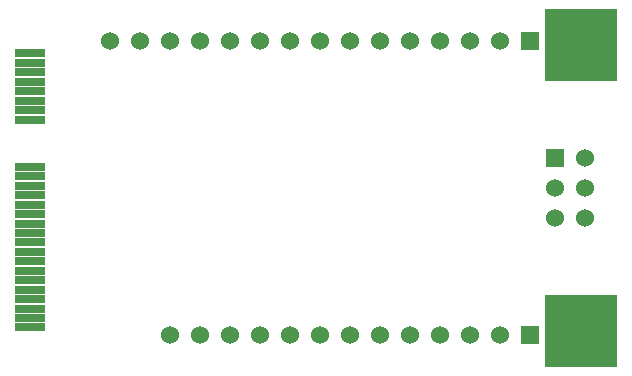
<source format=gbs>
G04 (created by PCBNEW (2013-may-18)-stable) date Mon 04 May 2015 02:01:06 PM CST*
%MOIN*%
G04 Gerber Fmt 3.4, Leading zero omitted, Abs format*
%FSLAX34Y34*%
G01*
G70*
G90*
G04 APERTURE LIST*
%ADD10C,0.00590551*%
%ADD11R,0.0984252X0.0314961*%
%ADD12R,0.240346X0.240346*%
%ADD13R,0.06X0.06*%
%ADD14C,0.06*%
G04 APERTURE END LIST*
G54D10*
G54D11*
X19862Y-40787D03*
X19862Y-41102D03*
X19862Y-41417D03*
X19862Y-41732D03*
X19862Y-42047D03*
X19862Y-42362D03*
X19862Y-42677D03*
X19862Y-42992D03*
X19862Y-44566D03*
X19862Y-44881D03*
X19862Y-45196D03*
X19862Y-45511D03*
X19862Y-45826D03*
X19862Y-46141D03*
X19862Y-46456D03*
X19862Y-46771D03*
X19862Y-47086D03*
X19862Y-47401D03*
X19862Y-47716D03*
X19862Y-48031D03*
X19862Y-48346D03*
X19862Y-48661D03*
X19862Y-48976D03*
X19862Y-49291D03*
X19862Y-49606D03*
X19862Y-49921D03*
G54D12*
X38228Y-50039D03*
X38228Y-40511D03*
G54D13*
X37370Y-44275D03*
G54D14*
X38370Y-44275D03*
X37370Y-45275D03*
X38370Y-45275D03*
X37370Y-46275D03*
X38370Y-46275D03*
G54D13*
X36527Y-40370D03*
G54D14*
X35527Y-40370D03*
X34527Y-40370D03*
X33527Y-40370D03*
X32527Y-40370D03*
X31527Y-40370D03*
X30527Y-40370D03*
X29527Y-40370D03*
X28527Y-40370D03*
X27527Y-40370D03*
X26527Y-40370D03*
X25527Y-40370D03*
X24527Y-40370D03*
X23527Y-40370D03*
X22527Y-40370D03*
G54D13*
X36527Y-50181D03*
G54D14*
X35527Y-50181D03*
X34527Y-50181D03*
X33527Y-50181D03*
X32527Y-50181D03*
X31527Y-50181D03*
X30527Y-50181D03*
X29527Y-50181D03*
X28527Y-50181D03*
X27527Y-50181D03*
X26527Y-50181D03*
X25527Y-50181D03*
X24527Y-50181D03*
M02*

</source>
